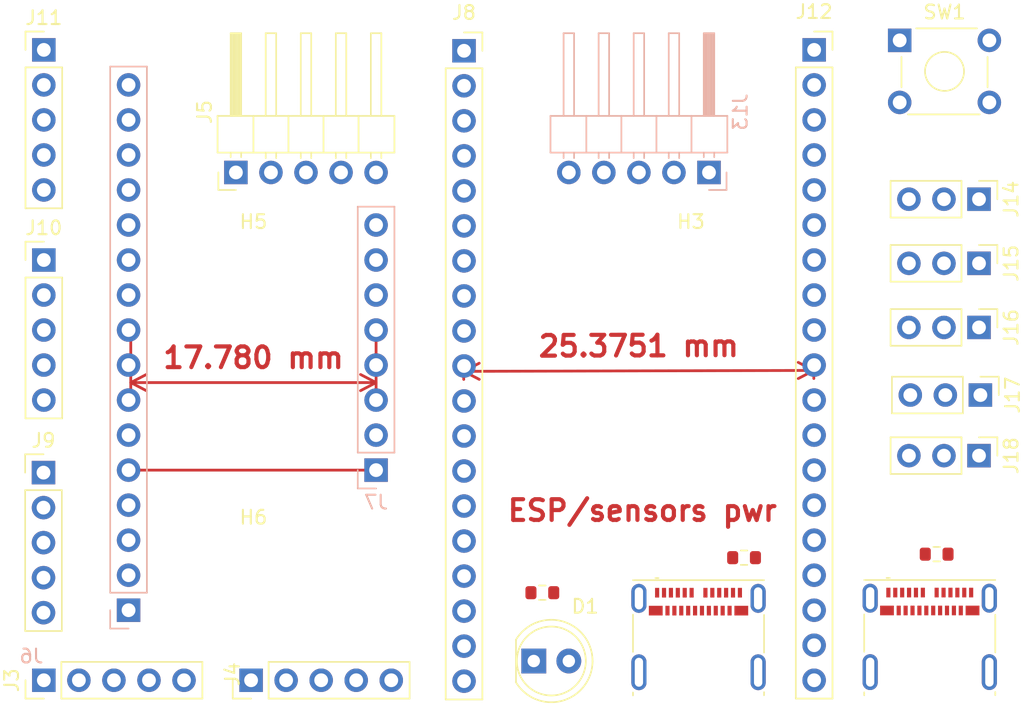
<source format=kicad_pcb>
(kicad_pcb (version 20240108) (generator "pcbnew") (generator_version "8.0")
  (layers (0 "F.Cu" signal) (31 "B.Cu" signal) (34 "B.Paste" user) (35 "F.Paste" user) (36 "B.SilkS" user "B.Silkscreen") (37 "F.SilkS" user "F.Silkscreen") (38 "B.Mask" user) (39 "F.Mask" user) (44 "Edge.Cuts" user))
  (net 0 "")
  (net 1 "Net-(D1-K)")
  (net 2 "Net-(D1-A)")
  (net 5 "Net-(J10-Pin_5)")
  (net 6 "Net-(J1-CC1)")
  (net 7 "Net-(J8-Pin_19)")
  (net 10 "Net-(J14-Pin_2)")
  (net 11 "Net-(J2-CC1)")
  (net 15 "Net-(J14-Pin_1)")
  (net 17 "Net-(J3-Pin_3)")
  (net 18 "Net-(J3-Pin_2)")
  (net 19 "Net-(J10-Pin_1)")
  (net 20 "Net-(J3-Pin_4)")
  (net 21 "Net-(J4-Pin_3)")
  (net 22 "Net-(J4-Pin_2)")
  (net 23 "Net-(J4-Pin_4)")
  (net 24 "Net-(J5-Pin_4)")
  (net 25 "Net-(J5-Pin_3)")
  (net 26 "Net-(J5-Pin_5)")
  (net 27 "Net-(J10-Pin_2)")
  (net 28 "Net-(J11-Pin_4)")
  (net 29 "Net-(J11-Pin_3)")
  (net 30 "Net-(J11-Pin_2)")
  (net 31 "Net-(J10-Pin_3)")
  (net 32 "Net-(J6-Pin_7)")
  (net 33 "Net-(J6-Pin_8)")
  (net 34 "Net-(J6-Pin_9)")
  (net 36 "Net-(J10-Pin_4)")
  (net 37 "Net-(J7-Pin_1)")
  (net 38 "Net-(J7-Pin_3)")
  (net 40 "Net-(J7-Pin_5)")
  (net 41 "Net-(J7-Pin_4)")
  (net 42 "Net-(J7-Pin_2)")
  (net 50 "Net-(J12-Pin_1)")
  (net 52 "Net-(J12-Pin_10)")
  (net 53 "Net-(J12-Pin_6)")
  (net 54 "Net-(J12-Pin_8)")
  (net 55 "Net-(J12-Pin_12)")
  (net 56 "Net-(J12-Pin_3)")
  (net 58 "Net-(J12-Pin_5)")
  (net 59 "Net-(J12-Pin_11)")
  (net 61 "Net-(J12-Pin_9)")
  (net 63 "Net-(J12-Pin_2)")
  (net 67 "Net-(J12-Pin_4)")
  (net 73 "Net-(J1-D+-PadA6)")
  (net 74 "Net-(J1-D--PadA7)")
  (net 75 "Net-(J2-D--PadA7)")
  (net 76 "Net-(J2-D+-PadA6)")
  (footprint "MountingHole:MountingHole_3.2mm_M3" (layer "F.Cu") (at 161.29 70.005)
    (property "Reference" "H5" (at 0 -4.2 0) (layer "F.SilkS"))
    (property "Value" "MountingHole" (hide yes))
    (pad "" np_thru_hole circle (at 0 0) (size 3.2 3.2) (drill 3.2) (layers "*.Cu" "*.Mask"))
  )
  (footprint "Resistor_SMD:R_0603_1608Metric" (layer "F.Cu") (at 196.85 90.17)
    (property "Reference" "R2" (hide yes))
    (property "Value" "5100Ω")
    (fp_line (start -0.237258 -0.5225) (end 0.237258 -0.5225) (stroke (width 0.12)) (layer "F.SilkS"))
    (fp_line (start -0.237258 0.5225) (end 0.237258 0.5225) (stroke (width 0.12)) (layer "F.SilkS"))
    (pad "1" smd roundrect (at -0.825 0) (size 0.8 0.95) (layers "F.Cu" "F.Paste" "F.Mask") (net 11 "Net-(J2-CC1)"))
    (pad "2" smd roundrect (at 0.825 0) (size 0.8 0.95) (layers "F.Cu" "F.Paste" "F.Mask") (net 5 "Net-(J10-Pin_5)"))
  )
  (footprint "LED_THT:LED_D5.0mm" (layer "F.Cu") (at 181.61 97.664526)
    (property "Reference" "D1" (at 3.72125 -3.96 360) (layer "F.SilkS"))
    (property "Value" "LED")
    (fp_line (start -1.29 -1.545) (end -1.29 1.545) (stroke (width 0.12)) (layer "F.SilkS"))
    (fp_arc (start -1.29 -1.54483) (mid 2.072002 -2.880433) (end 4.26 0.000462) (stroke (width 0.12)) (layer "F.SilkS"))
    (fp_arc (start 4.26 -0.000462) (mid 2.072002 2.880433) (end -1.29 1.54483) (stroke (width 0.12)) (layer "F.SilkS"))
    (fp_circle (center 1.27 0) (end 3.77 0) (stroke (width 0.12)) (fill none) (layer "F.SilkS"))
    (pad "1" thru_hole rect (at 0 0) (size 1.8 1.8) (drill 0.9) (layers "*.Cu" "*.Mask") (net 1 "Net-(D1-K)"))
    (pad "2" thru_hole circle (at 2.54 0) (size 1.8 1.8) (drill 0.9) (layers "*.Cu" "*.Mask") (net 2 "Net-(D1-A)"))
  )
  (footprint "Connector_PinHeader_2.54mm:PinHeader_1x05_P2.54mm_Vertical" (layer "F.Cu") (at 146.1 53.34)
    (property "Reference" "J11" (at 0 -2.33 0) (layer "F.SilkS"))
    (property "Value" "Conn_01x05_Pin" (hide yes))
    (fp_line (start -1.33 -1.33) (end 0 -1.33) (stroke (width 0.12)) (layer "F.SilkS"))
    (fp_line (start -1.33 0) (end -1.33 -1.33) (stroke (width 0.12)) (layer "F.SilkS"))
    (fp_line (start -1.33 1.27) (end -1.33 11.49) (stroke (width 0.12)) (layer "F.SilkS"))
    (fp_line (start -1.33 1.27) (end 1.33 1.27) (stroke (width 0.12)) (layer "F.SilkS"))
    (fp_line (start -1.33 11.49) (end 1.33 11.49) (stroke (width 0.12)) (layer "F.SilkS"))
    (fp_line (start 1.33 1.27) (end 1.33 11.49) (stroke (width 0.12)) (layer "F.SilkS"))
    (pad "1" thru_hole rect (at 0 0) (size 1.7 1.7) (drill 1) (layers "*.Cu" "*.Mask") (net 19 "Net-(J10-Pin_1)"))
    (pad "2" thru_hole oval (at 0 2.54) (size 1.7 1.7) (drill 1) (layers "*.Cu" "*.Mask") (net 30 "Net-(J11-Pin_2)"))
    (pad "3" thru_hole oval (at 0 5.08) (size 1.7 1.7) (drill 1) (layers "*.Cu" "*.Mask") (net 29 "Net-(J11-Pin_3)"))
    (pad "4" thru_hole oval (at 0 7.62) (size 1.7 1.7) (drill 1) (layers "*.Cu" "*.Mask") (net 28 "Net-(J11-Pin_4)"))
    (pad "5" thru_hole oval (at 0 10.16) (size 1.7 1.7) (drill 1) (layers "*.Cu" "*.Mask") (net 5 "Net-(J10-Pin_5)"))
  )
  (footprint "Connector_PinSocket_2.54mm:PinSocket_1x19_P2.54mm_Vertical" (layer "F.Cu") (at 176.555 53.405)
    (property "Reference" "J8" (at 0 -2.77 0) (layer "F.SilkS"))
    (property "Value" "Conn_01x19_Socket" (hide yes))
    (fp_line (start -1.33 1.27) (end -1.33 47.05) (stroke (width 0.12)) (layer "F.SilkS"))
    (fp_line (start -1.33 1.27) (end 1.33 1.27) (stroke (width 0.12)) (layer "F.SilkS"))
    (fp_line (start -1.33 47.05) (end 1.33 47.05) (stroke (width 0.12)) (layer "F.SilkS"))
    (fp_line (start 0 -1.33) (end 1.33 -1.33) (stroke (width 0.12)) (layer "F.SilkS"))
    (fp_line (start 1.33 -1.33) (end 1.33 0) (stroke (width 0.12)) (layer "F.SilkS"))
    (fp_line (start 1.33 1.27) (end 1.33 47.05) (stroke (width 0.12)) (layer "F.SilkS"))
    (pad "1" thru_hole rect (at 0 0) (size 1.7 1.7) (drill 1) (layers "*.Cu" "*.Mask") (net 19 "Net-(J10-Pin_1)"))
    (pad "2" thru_hole oval (at 0 2.54) (size 1.7 1.7) (drill 1) (layers "*.Cu" "*.Mask"))
    (pad "3" thru_hole oval (at 0 5.08) (size 1.7 1.7) (drill 1) (layers "*.Cu" "*.Mask") (net 37 "Net-(J7-Pin_1)"))
    (pad "4" thru_hole oval (at 0 7.62) (size 1.7 1.7) (drill 1) (layers "*.Cu" "*.Mask"))
    (pad "5" thru_hole oval (at 0 10.16) (size 1.7 1.7) (drill 1) (layers "*.Cu" "*.Mask") (net 25 "Net-(J5-Pin_3)"))
    (pad "6" thru_hole oval (at 0 12.7) (size 1.7 1.7) (drill 1) (layers "*.Cu" "*.Mask") (net 24 "Net-(J5-Pin_4)"))
    (pad "7" thru_hole oval (at 0 15.24) (size 1.7 1.7) (drill 1) (layers "*.Cu" "*.Mask") (net 26 "Net-(J5-Pin_5)"))
    (pad "8" thru_hole oval (at 0 17.78) (size 1.7 1.7) (drill 1) (layers "*.Cu" "*.Mask") (net 40 "Net-(J7-Pin_5)"))
    (pad "9" thru_hole oval (at 0 20.32) (size 1.7 1.7) (drill 1) (layers "*.Cu" "*.Mask") (net 41 "Net-(J7-Pin_4)"))
    (pad "10" thru_hole oval (at 0 22.86) (size 1.7 1.7) (drill 1) (layers "*.Cu" "*.Mask") (net 38 "Net-(J7-Pin_3)"))
    (pad "11" thru_hole oval (at 0 25.4) (size 1.7 1.7) (drill 1) (layers "*.Cu" "*.Mask") (net 42 "Net-(J7-Pin_2)"))
    (pad "12" thru_hole oval (at 0 27.94) (size 1.7 1.7) (drill 1) (layers "*.Cu" "*.Mask"))
    (pad "13" thru_hole oval (at 0 30.48) (size 1.7 1.7) (drill 1) (layers "*.Cu" "*.Mask"))
    (pad "14" thru_hole oval (at 0 33.02) (size 1.7 1.7) (drill 1) (layers "*.Cu" "*.Mask") (net 5 "Net-(J10-Pin_5)"))
    (pad "15" thru_hole oval (at 0 35.56) (size 1.7 1.7) (drill 1) (layers "*.Cu" "*.Mask") (net 1 "Net-(D1-K)"))
    (pad "16" thru_hole oval (at 0 38.1) (size 1.7 1.7) (drill 1) (layers "*.Cu" "*.Mask"))
    (pad "17" thru_hole oval (at 0 40.64) (size 1.7 1.7) (drill 1) (layers "*.Cu" "*.Mask"))
    (pad "18" thru_hole oval (at 0 43.18) (size 1.7 1.7) (drill 1) (layers "*.Cu" "*.Mask"))
    (pad "19" thru_hole oval (at 0 45.72) (size 1.7 1.7) (drill 1) (layers "*.Cu" "*.Mask") (net 7 "Net-(J8-Pin_19)"))
  )
  (footprint "Connector_PinHeader_2.54mm:PinHeader_1x03_P2.54mm_Vertical" (layer "F.Cu") (at 213.88 64.17 -90)
    (property "Reference" "J14" (at 0 -2.33 90) (layer "F.SilkS"))
    (property "Value" "Conn_01x03_Pin" (hide yes))
    (fp_line (start -1.33 6.41) (end 1.33 6.41) (stroke (width 0.12)) (layer "F.SilkS"))
    (fp_line (start -1.33 1.27) (end -1.33 6.41) (stroke (width 0.12)) (layer "F.SilkS"))
    (fp_line (start -1.33 1.27) (end 1.33 1.27) (stroke (width 0.12)) (layer "F.SilkS"))
    (fp_line (start 1.33 1.27) (end 1.33 6.41) (stroke (width 0.12)) (layer "F.SilkS"))
    (fp_line (start -1.33 0) (end -1.33 -1.33) (stroke (width 0.12)) (layer "F.SilkS"))
    (fp_line (start -1.33 -1.33) (end 0 -1.33) (stroke (width 0.12)) (layer "F.SilkS"))
    (pad "1" thru_hole rect (at 0 0 270) (size 1.7 1.7) (drill 1) (layers "*.Cu" "*.Mask") (net 15 "Net-(J14-Pin_1)"))
    (pad "2" thru_hole oval (at 0 2.54 270) (size 1.7 1.7) (drill 1) (layers "*.Cu" "*.Mask") (net 10 "Net-(J14-Pin_2)"))
    (pad "3" thru_hole oval (at 0 5.08 270) (size 1.7 1.7) (drill 1) (layers "*.Cu" "*.Mask") (net 54 "Net-(J12-Pin_8)"))
  )
  (footprint "Connector_PinHeader_2.54mm:PinHeader_1x05_P2.54mm_Vertical" (layer "F.Cu") (at 146.1 68.58)
    (property "Reference" "J10" (at 0 -2.33 0) (layer "F.SilkS"))
    (property "Value" "Conn_01x05_Pin" (hide yes))
    (fp_line (start -1.33 -1.33) (end 0 -1.33) (stroke (width 0.12)) (layer "F.SilkS"))
    (fp_line (start -1.33 0) (end -1.33 -1.33) (stroke (width 0.12)) (layer "F.SilkS"))
    (fp_line (start -1.33 1.27) (end -1.33 11.49) (stroke (width 0.12)) (layer "F.SilkS"))
    (fp_line (start -1.33 1.27) (end 1.33 1.27) (stroke (width 0.12)) (layer "F.SilkS"))
    (fp_line (start -1.33 11.49) (end 1.33 11.49) (stroke (width 0.12)) (layer "F.SilkS"))
    (fp_line (start 1.33 1.27) (end 1.33 11.49) (stroke (width 0.12)) (layer "F.SilkS"))
    (pad "1" thru_hole rect (at 0 0) (size 1.7 1.7) (drill 1) (layers "*.Cu" "*.Mask") (net 19 "Net-(J10-Pin_1)"))
    (pad "2" thru_hole oval (at 0 2.54) (size 1.7 1.7) (drill 1) (layers "*.Cu" "*.Mask") (net 27 "Net-(J10-Pin_2)"))
    (pad "3" thru_hole oval (at 0 5.08) (size 1.7 1.7) (drill 1) (layers "*.Cu" "*.Mask") (net 31 "Net-(J10-Pin_3)"))
    (pad "4" thru_hole oval (at 0 7.62) (size 1.7 1.7) (drill 1) (layers "*.Cu" "*.Mask") (net 36 "Net-(J10-Pin_4)"))
    (pad "5" thru_hole oval (at 0 10.16) (size 1.7 1.7) (drill 1) (layers "*.Cu" "*.Mask") (net 5 "Net-(J10-Pin_5)"))
  )
  (footprint "Resistor_SMD:R_0603_1608Metric" (layer "F.Cu") (at 210.81 89.915)
    (property "Reference" "R1" (hide yes))
    (property "Value" "5100Ω")
    (fp_line (start -0.237258 -0.5225) (end 0.237258 -0.5225) (stroke (width 0.12)) (layer "F.SilkS"))
    (fp_line (start -0.237258 0.5225) (end 0.237258 0.5225) (stroke (width 0.12)) (layer "F.SilkS"))
    (pad "1" smd roundrect (at -0.825 0) (size 0.8 0.95) (layers "F.Cu" "F.Paste" "F.Mask") (net 6 "Net-(J1-CC1)"))
    (pad "2" smd roundrect (at 0.825 0) (size 0.8 0.95) (layers "F.Cu" "F.Paste" "F.Mask") (net 15 "Net-(J14-Pin_1)"))
  )
  (footprint "Connector_USB:USB_C_Receptacle_Molex_105450-0101" (layer "F.Cu") (at 193.55 95.925)
    (property "Reference" "J2" (hide yes))
    (property "Value" "USB_C_Receptacle" (hide yes))
    (fp_line (start -4.75 -4.125) (end 4.75 -4.125) (stroke (width 0.12)) (layer "F.SilkS"))
    (fp_line (start -4.75 -1.625) (end -4.75 1.075) (stroke (width 0.12)) (layer "F.SilkS"))
    (fp_line (start -4.75 4.235) (end -4.75 4.025) (stroke (width 0.12)) (layer "F.SilkS"))
    (fp_line (start -3.125 -4.275) (end -2.9 -4.275) (stroke (width 0.12)) (layer "F.SilkS"))
    (fp_line (start 4.75 1.125) (end 4.75 -1.6) (stroke (width 0.12)) (layer "F.SilkS"))
    (fp_line (start 4.75 4.225) (end 4.75 4) (stroke (width 0.12)) (layer "F.SilkS"))
    (pad "A1" smd rect (at -3 -3.215) (size 0.3 0.7) (layers "F.Cu" "F.Paste" "F.Mask") (net 5 "Net-(J10-Pin_5)"))
    (pad "A2" smd rect (at -2.5 -3.215) (size 0.3 0.7) (layers "F.Cu" "F.Paste" "F.Mask"))
    (pad "A3" smd rect (at -2 -3.215) (size 0.3 0.7) (layers "F.Cu" "F.Paste" "F.Mask"))
    (pad "A4" smd rect (at -1.5 -3.215) (size 0.3 0.7) (layers "F.Cu" "F.Paste" "F.Mask") (net 7 "Net-(J8-Pin_19)"))
    (pad "A5" smd rect (at -1 -3.215) (size 0.3 0.7) (layers "F.Cu" "F.Paste" "F.Mask") (net 11 "Net-(J2-CC1)"))
    (pad "A6" smd rect (at -0.5 -3.215) (size 0.3 0.7) (layers "F.Cu" "F.Paste" "F.Mask") (net 76 "Net-(J2-D+-PadA6)"))
    (pad "A7" smd rect (at 0.5 -3.215) (size 0.3 0.7) (layers "F.Cu" "F.Paste" "F.Mask") (net 75 "Net-(J2-D--PadA7)"))
    (pad "A8" smd rect (at 1 -3.215) (size 0.3 0.7) (layers "F.Cu" "F.Paste" "F.Mask"))
    (pad "A9" smd rect (at 1.5 -3.215) (size 0.3 0.7) (layers "F.Cu" "F.Paste" "F.Mask") (net 7 "Net-(J8-Pin_19)"))
    (pad "A10" smd rect (at 2 -3.215) (size 0.3 0.7) (layers "F.Cu" "F.Paste" "F.Mask"))
    (pad "A11" smd rect (at 2.5 -3.215) (size 0.3 0.7) (layers "F.Cu" "F.Paste" "F.Mask"))
    (pad "A12" smd rect (at 3 -3.215) (size 0.3 0.7) (layers "F.Cu" "F.Paste" "F.Mask") (net 5 "Net-(J10-Pin_5)"))
    (pad "B1" smd rect (at 3.1 -1.915) (size 1 0.7) (layers "F.Cu" "F.Paste" "F.Mask") (net 5 "Net-(J10-Pin_5)"))
    (pad "B2" smd rect (at 2.25 -1.915) (size 0.3 0.7) (layers "F.Cu" "F.Paste" "F.Mask"))
    (pad "B3" smd rect (at 1.75 -1.915) (size 0.3 0.7) (layers "F.Cu" "F.Paste" "F.Mask"))
    (pad "B4" smd rect (at 1.25 -1.915) (size 0.3 0.7) (layers "F.Cu" "F.Paste" "F.Mask") (net 7 "Net-(J8-Pin_19)"))
    (pad "B5" smd rect (at 0.75 -1.915) (size 0.3 0.7) (layers "F.Cu" "F.Paste" "F.Mask") (net 11 "Net-(J2-CC1)"))
    (pad "B6" smd rect (at 0.25 -1.915) (size 0.3 0.7) (layers "F.Cu" "F.Paste" "F.Mask") (net 76 "Net-(J2-D+-PadA6)"))
    (pad "B7" smd rect (at -0.25 -1.915) (size 0.3 0.7) (layers "F.Cu" "F.Paste" "F.Mask") (net 75 "Net-(J2-D--PadA7)"))
    (pad "B8" smd rect (at -0.75 -1.915) (size 0.3 0.7) (layers "F.Cu" "F.Paste" "F.Mask"))
    (pad "B9" smd rect (at -1.25 -1.915) (size 0.3 0.7) (layers "F.Cu" "F.Paste" "F.Mask") (net 7 "Net-(J8-Pin_19)"))
    (pad "B10" smd rect (at -1.75 -1.915) (size 0.3 0.7) (layers "F.Cu" "F.Paste" "F.Mask"))
    (pad "B11" smd rect (at -2.25 -1.915) (size 0.3 0.7) (layers "F.Cu" "F.Paste" "F.Mask"))
    (pad "B12" smd rect (at -3.1 -1.915) (size 1 0.7) (layers "F.Cu" "F.Paste" "F.Mask") (net 5 "Net-(J10-Pin_5)"))
    (pad "S1" thru_hole oval (at -4.32 -2.805) (size 1.1 2.1) (drill oval 0.6 1.6) (layers "*.Cu" "*.Mask"))
    (pad "S1" thru_hole oval (at -4.32 2.555) (size 1.1 2.6) (drill oval 0.6 2.1) (layers "*.Cu" "*.Mask"))
    (pad "S1" thru_hole oval (at 4.32 -2.805) (size 1.1 2.1) (drill oval 0.6 1.6) (layers "*.Cu" "*.Mask"))
    (pad "S1" thru_hole oval (at 4.32 2.555) (size 1.1 2.6) (drill oval 0.6 2.1) (layers "*.Cu" "*.Mask"))
  )
  (footprint "Connector_PinHeader_2.54mm:PinHeader_1x05_P2.54mm_Vertical" (layer "F.Cu") (at 161.12 99.06 90)
    (property "Reference" "J4" (at 0.44 -1.35 90) (layer "F.SilkS"))
    (property "Value" "Conn_01x05_Pin" (hide yes))
    (fp_line (start -1.33 -1.33) (end 0 -1.33) (stroke (width 0.12)) (layer "F.SilkS"))
    (fp_line (start -1.33 0) (end -1.33 -1.33) (stroke (width 0.12)) (layer "F.SilkS"))
    (fp_line (start 1.33 1.27) (end 1.33 11.49) (stroke (width 0.12)) (layer "F.SilkS"))
    (fp_line (start -1.33 1.27) (end 1.33 1.27) (stroke (width 0.12)) (layer "F.SilkS"))
    (fp_line (start -1.33 1.27) (end -1.33 11.49) (stroke (width 0.12)) (layer "F.SilkS"))
    (fp_line (start -1.33 11.49) (end 1.33 11.49) (stroke (width 0.12)) (layer "F.SilkS"))
    (pad "1" thru_hole rect (at 0 0 90) (size 1.7 1.7) (drill 1) (layers "*.Cu" "*.Mask") (net 5 "Net-(J10-Pin_5)"))
    (pad "2" thru_hole oval (at 0 2.54 90) (size 1.7 1.7) (drill 1) (layers "*.Cu" "*.Mask") (net 22 "Net-(J4-Pin_2)"))
    (pad "3" thru_hole oval (at 0 5.08 90) (size 1.7 1.7) (drill 1) (layers "*.Cu" "*.Mask") (net 21 "Net-(J4-Pin_3)"))
    (pad "4" thru_hole oval (at 0 7.62 90) (size 1.7 1.7) (drill 1) (layers "*.Cu" "*.Mask") (net 23 "Net-(J4-Pin_4)"))
    (pad "5" thru_hole oval (at 0 10.16 90) (size 1.7 1.7) (drill 1) (layers "*.Cu" "*.Mask") (net 19 "Net-(J10-Pin_1)"))
  )
  (footprint "Connector_PinHeader_2.54mm:PinHeader_1x05_P2.54mm_Vertical" (layer "F.Cu") (at 146.075 84)
    (property "Reference" "J9" (at 0 -2.33 0) (layer "F.SilkS"))
    (property "Value" "Conn_01x05_Pin" (hide yes))
    (fp_line (start -1.33 -1.33) (end 0 -1.33) (stroke (width 0.12)) (layer "F.SilkS"))
    (fp_line (start -1.33 0) (end -1.33 -1.33) (stroke (width 0.12)) (layer "F.SilkS"))
    (fp_line (start -1.33 1.27) (end -1.33 11.49) (stroke (width 0.12)) (layer "F.SilkS"))
    (fp_line (start -1.33 1.27) (end 1.33 1.27) (stroke (width 0.12)) (layer "F.SilkS"))
    (fp_line (start -1.33 11.49) (end 1.33 11.49) (stroke (width 0.12)) (layer "F.SilkS"))
    (fp_line (start 1.33 1.27) (end 1.33 11.49) (stroke (width 0.12)) (layer "F.SilkS"))
    (pad "1" thru_hole rect (at 0 0) (size 1.7 1.7) (drill 1) (layers "*.Cu" "*.Mask") (net 19 "Net-(J10-Pin_1)"))
    (pad "2" thru_hole oval (at 0 2.54) (size 1.7 1.7) (drill 1) (layers "*.Cu" "*.Mask") (net 32 "Net-(J6-Pin_7)"))
    (pad "3" thru_hole oval (at 0 5.08) (size 1.7 1.7) (drill 1) (layers "*.Cu" "*.Mask") (net 34 "Net-(J6-Pin_9)"))
    (pad "4" thru_hole oval (at 0 7.62) (size 1.7 1.7) (drill 1) (layers "*.Cu" "*.Mask") (net 33 "Net-(J6-Pin_8)"))
    (pad "5" thru_hole oval (at 0 10.16) (size 1.7 1.7) (drill 1) (layers "*.Cu" "*.Mask") (net 5 "Net-(J10-Pin_5)"))
  )
  (footprint "Connector_PinHeader_2.54mm:PinHeader_1x05_P2.54mm_Vertical" (layer "F.Cu") (at 146.1 99.06 90)
    (property "Reference" "J3" (at 0 -2.33 90) (layer "F.SilkS"))
    (property "Value" "Conn_01x05_Pin" (hide yes))
    (fp_line (start -1.33 -1.33) (end 0 -1.33) (stroke (width 0.12)) (layer "F.SilkS"))
    (fp_line (start -1.33 0) (end -1.33 -1.33) (stroke (width 0.12)) (layer "F.SilkS"))
    (fp_line (start 1.33 1.27) (end 1.33 11.49) (stroke (width 0.12)) (layer "F.SilkS"))
    (fp_line (start -1.33 1.27) (end 1.33 1.27) (stroke (width 0.12)) (layer "F.SilkS"))
    (fp_line (start -1.33 1.27) (end -1.33 11.49) (stroke (width 0.12)) (layer "F.SilkS"))
    (fp_line (start -1.33 11.49) (end 1.33 11.49) (stroke (width 0.12)) (layer "F.SilkS"))
    (pad "1" thru_hole rect (at 0 0 90) (size 1.7 1.7) (drill 1) (layers "*.Cu" "*.Mask") (net 5 "Net-(J10-Pin_5)"))
    (pad "2" thru_hole oval (at 0 2.54 90) (size 1.7 1.7) (drill 1) (layers "*.Cu" "*.Mask") (net 18 "Net-(J3-Pin_2)"))
    (pad "3" thru_hole oval (at 0 5.08 90) (size 1.7 1.7) (drill 1) (layers "*.Cu" "*.Mask") (net 17 "Net-(J3-Pin_3)"))
    (pad "4" thru_hole oval (at 0 7.62 90) (size 1.7 1.7) (drill 1) (layers "*.Cu" "*.Mask") (net 20 "Net-(J3-Pin_4)"))
    (pad "5" thru_hole oval (at 0 10.16 90) (size 1.7 1.7) (drill 1) (layers "*.Cu" "*.Mask") (net 19 "Net-(J10-Pin_1)"))
  )
  (footprint "Connector_PinHeader_2.54mm:PinHeader_1x03_P2.54mm_Vertical" (layer "F.Cu") (at 213.88 73.47 -90)
    (property "Reference" "J16" (at 0 -2.33 90) (layer "F.SilkS"))
    (property "Value" "Conn_01x03_Pin" (hide yes))
    (fp_line (start -1.33 6.41) (end 1.33 6.41) (stroke (width 0.12)) (layer "F.SilkS"))
    (fp_line (start -1.33 1.27) (end -1.33 6.41) (stroke (width 0.12)) (layer "F.SilkS"))
    (fp_line (start -1.33 1.27) (end 1.33 1.27) (stroke (width 0.12)) (layer "F.SilkS"))
    (fp_line (start 1.33 1.27) (end 1.33 6.41) (stroke (width 0.12)) (layer "F.SilkS"))
    (fp_line (start -1.33 0) (end -1.33 -1.33) (stroke (width 0.12)) (layer "F.SilkS"))
    (fp_line (start -1.33 -1.33) (end 0 -1.33) (stroke (width 0.12)) (layer "F.SilkS"))
    (pad "1" thru_hole rect (at 0 0 270) (size 1.7 1.7) (drill 1) (layers "*.Cu" "*.Mask") (net 15 "Net-(J14-Pin_1)"))
    (pad "2" thru_hole oval (at 0 2.54 270) (size 1.7 1.7) (drill 1) (layers "*.Cu" "*.Mask") (net 10 "Net-(J14-Pin_2)"))
    (pad "3" thru_hole oval (at 0 5.08 270) (size 1.7 1.7) (drill 1) (layers "*.Cu" "*.Mask") (net 52 "Net-(J12-Pin_10)"))
  )
  (footprint "MountingHole:MountingHole_3.2mm_M3" (layer "F.Cu") (at 193 70)
    (property "Reference" "H3" (at 0 -4.2 0) (layer "F.SilkS"))
    (property "Value" "MountingHole" (hide yes))
    (pad "" np_thru_hole circle (at 0 0) (size 3.2 3.2) (drill 3.2) (layers "*.Cu" "*.Mask"))
  )
  (footprint "MountingHole:MountingHole_3.2mm_M3" (layer "F.Cu") (at 161.29 91.445)
    (property "Reference" "H6" (at 0 -4.2 0) (layer "F.SilkS"))
    (property "Value" "MountingHole" (hide yes))
    (pad "" np_thru_hole circle (at 0 0) (size 3.2 3.2) (drill 3.2) (layers "*.Cu" "*.Mask"))
  )
  (footprint "Connector_PinSocket_2.54mm:PinSocket_1x19_P2.54mm_Vertical" (layer "F.Cu") (at 201.93 53.34)
    (property "Reference" "J12" (at 0 -2.77 0) (layer "F.SilkS"))
    (property "Value" "Conn_01x19_Socket" (hide yes))
    (fp_line (start -1.33 1.27) (end -1.33 47.05) (stroke (width 0.12)) (layer "F.SilkS"))
    (fp_line (start -1.33 1.27) (end 1.33 1.27) (stroke (width 0.12)) (layer "F.SilkS"))
    (fp_line (start -1.33 47.05) (end 1.33 47.05) (stroke (width 0.12)) (layer "F.SilkS"))
    (fp_line (start 0 -1.33) (end 1.33 -1.33) (stroke (width 0.12)) (layer "F.SilkS"))
    (fp_line (start 1.33 -1.33) (end 1.33 0) (stroke (width 0.12)) (layer "F.SilkS"))
    (fp_line (start 1.33 1.27) (end 1.33 47.05) (stroke (width 0.12)) (layer "F.SilkS"))
    (pad "1" thru_hole rect (at 0 0) (size 1.7 1.7) (drill 1) (layers "*.Cu" "*.Mask") (net 50 "Net-(J12-Pin_1)"))
    (pad "2" thru_hole oval (at 0 2.54) (size 1.7 1.7) (drill 1) (layers "*.Cu" "*.Mask") (net 63 "Net-(J12-Pin_2)"))
    (pad "3" thru_hole oval (at 0 5.08) (size 1.7 1.7) (drill 1) (layers "*.Cu" "*.Mask") (net 56 "Net-(J12-Pin_3)"))
    (pad "4" thru_hole oval (at 0 7.62) (size 1.7 1.7) (drill 1) (layers "*.Cu" "*.Mask") (net 67 "Net-(J12-Pin_4)"))
    (pad "5" thru_hole oval (at 0 10.16) (size 1.7 1.7) (drill 1) (layers "*.Cu" "*.Mask") (net 58 "Net-(J12-Pin_5)"))
    (pad "6" thru_hole oval (at 0 12.7) (size 1.7 1.7) (drill 1) (layers "*.Cu" "*.Mask") (net 53 "Net-(J12-Pin_6)"))
    (pad "7" thru_hole oval (at 0 15.24) (size 1.7 1.7) (drill 1) (layers "*.Cu" "*.Mask"))
    (pad "8" thru_hole oval (at 0 17.78) (size 1.7 1.7) (drill 1) (layers "*.Cu" "*.Mask") (net 54 "Net-(J12-Pin_8)"))
    (pad "9" thru_hole oval (at 0 20.32) (size 1.7 1.7) (drill 1) (layers "*.Cu" "*.Mask") (net 61 "Net-(J12-Pin_9)"))
    (pad "10" thru_hole oval (at 0 22.86) (size 1.7 1.7) (drill 1) (layers "*.Cu" "*.Mask") (net 52 "Net-(J12-Pin_10)"))
    (pad "11" thru_hole oval (at 0 25.4) (size 1.7 1.7) (drill 1) (layers "*.Cu" "*.Mask") (net 59 "Net-(J12-Pin_11)"))
    (pad "12" thru_hole oval (at 0 27.94) (size 1.7 1.7) (drill 1) (layers "*.Cu" "*.Mask") (net 55 "Net-(J12-Pin_12)"))
    (pad "13" thru_hole oval (at 0 30.48) (size 1.7 1.7) (drill 1) (layers "*.Cu" "*.Mask"))
    (pad "14" thru_hole oval (at 0 33.02) (size 1.7 1.7) (drill 1) (layers "*.Cu" "*.Mask"))
    (pad "15" thru_hole oval (at 0 35.56) (size 1.7 1.7) (drill 1) (layers "*.Cu" "*.Mask"))
    (pad "16" thru_hole oval (at 0 38.1) (size 1.7 1.7) (drill 1) (layers "*.Cu" "*.Mask"))
    (pad "17" thru_hole oval (at 0 40.64) (size 1.7 1.7) (drill 1) (layers "*.Cu" "*.Mask"))
    (pad "18" thru_hole oval (at 0 43.18) (size 1.7 1.7) (drill 1) (layers "*.Cu" "*.Mask"))
    (pad "19" thru_hole oval (at 0 45.72) (size 1.7 1.7) (drill 1) (layers "*.Cu" "*.Mask"))
  )
  (footprint "Connector_USB:USB_C_Receptacle_Molex_105450-0101" (layer "F.Cu") (at 210.31 95.915)
    (property "Reference" "J1" (hide yes))
    (property "Value" "USB_C_Receptacle" (hide yes))
    (fp_line (start -4.75 -4.125) (end 4.75 -4.125) (stroke (width 0.12)) (layer "F.SilkS"))
    (fp_line (start -4.75 -1.625) (end -4.75 1.075) (stroke (width 0.12)) (layer "F.SilkS"))
    (fp_line (start -4.75 4.235) (end -4.75 4.025) (stroke (width 0.12)) (layer "F.SilkS"))
    (fp_line (start -3.125 -4.275) (end -2.9 -4.275) (stroke (width 0.12)) (layer "F.SilkS"))
    (fp_line (start 4.75 1.125) (end 4.75 -1.6) (stroke (width 0.12)) (layer "F.SilkS"))
    (fp_line (start 4.75 4.225) (end 4.75 4) (stroke (width 0.12)) (layer "F.SilkS"))
    (pad "A1" smd rect (at -3 -3.215) (size 0.3 0.7) (layers "F.Cu" "F.Paste" "F.Mask") (net 15 "Net-(J14-Pin_1)"))
    (pad "A2" smd rect (at -2.5 -3.215) (size 0.3 0.7) (layers "F.Cu" "F.Paste" "F.Mask"))
    (pad "A3" smd rect (at -2 -3.215) (size 0.3 0.7) (layers "F.Cu" "F.Paste" "F.Mask"))
    (pad "A4" smd rect (at -1.5 -3.215) (size 0.3 0.7) (layers "F.Cu" "F.Paste" "F.Mask") (net 10 "Net-(J14-Pin_2)"))
    (pad "A5" smd rect (at -1 -3.215) (size 0.3 0.7) (layers "F.Cu" "F.Paste" "F.Mask") (net 6 "Net-(J1-CC1)"))
    (pad "A6" smd rect (at -0.5 -3.215) (size 0.3 0.7) (layers "F.Cu" "F.Paste" "F.Mask") (net 73 "Net-(J1-D+-PadA6)"))
    (pad "A7" smd rect (at 0.5 -3.215) (size 0.3 0.7) (layers "F.Cu" "F.Paste" "F.Mask") (net 74 "Net-(J1-D--PadA7)"))
    (pad "A8" smd rect (at 1 -3.215) (size 0.3 0.7) (layers "F.Cu" "F.Paste" "F.Mask"))
    (pad "A9" smd rect (at 1.5 -3.215) (size 0.3 0.7) (layers "F.Cu" "F.Paste" "F.Mask") (net 10 "Net-(J14-Pin_2)"))
    (pad "A10" smd rect (at 2 -3.215) (size 0.3 0.7) (layers "F.Cu" "F.Paste" "F.Mask"))
    (pad "A11" smd rect (at 2.5 -3.215) (size 0.3 0.7) (layers "F.Cu" "F.Paste" "F.Mask"))
    (pad "A12" smd rect (at 3 -3.215) (size 0.3 0.7) (layers "F.Cu" "F.Paste" "F.Mask") (net 15 "Net-(J14-Pin_1)"))
    (pad "B1" smd rect (at 3.1 -1.915) (size 1 0.7) (layers "F.Cu" "F.Paste" "F.Mask") (net 15 "Net-(J14-Pin_1)"))
    (pad "B2" smd rect (at 2.25 -1.915) (size 0.3 0.7) (layers "F.Cu" "F.Paste" "F.Mask"))
    (pad "B3" smd rect (at 1.75 -1.915) (size 0.3 0.7) (layers "F.Cu" "F.Paste" "F.Mask"))
    (pad "B4" smd rect (at 1.25 -1.915) (size 0.3 0.7) (layers "F.Cu" "F.Paste" "F.Mask") (net 10 "Net-(J14-Pin_2)"))
    (pad "B5" smd rect (at 0.75 -1.915) (size 0.3 0.7) (layers "F.Cu" "F.Paste" "F.Mask") (net 6 "Net-(J1-CC1)"))
    (pad "B6" smd rect (at 0.25 -1.915) (size 0.3 0.7) (layers "F.Cu" "F.Paste" "F.Mask") (net 73 "Net-(J1-D+-PadA6)"))
    (pad "B7" smd rect (at -0.25 -1.915) (size 0.3 0.7) (layers "F.Cu" "F.Paste" "F.Mask") (net 74 "Net-(J1-D--PadA7)"))
    (pad "B8" smd rect (at -0.75 -1.915) (size 0.3 0.7) (layers "F.Cu" "F.Paste" "F.Mask"))
    (pad "B9" smd rect (at -1.25 -1.915) (size 0.3 0.7) (layers "F.Cu" "F.Paste" "F.Mask") (net 10 "Net-(J14-Pin_2)"))
    (pad "B10" smd rect (at -1.75 -1.915) (size 0.3 0.7) (layers "F.Cu" "F.Paste" "F.Mask"))
    (pad "B11" smd rect (at -2.25 -1.915) (size 0.3 0.7) (layers "F.Cu" "F.Paste" "F.Mask"))
    (pad "B12" smd rect (at -3.1 -1.915) (size 1 0.7) (layers "F.Cu" "F.Paste" "F.Mask") (net 15 "Net-(J14-Pin_1)"))
    (pad "S1" thru_hole oval (at -4.32 -2.805) (size 1.1 2.1) (drill oval 0.6 1.6) (layers "*.Cu" "*.Mask"))
    (pad "S1" thru_hole oval (at -4.32 2.555) (size 1.1 2.6) (drill oval 0.6 2.1) (layers "*.Cu" "*.Mask"))
    (pad "S1" thru_hole oval (at 4.32 -2.805) (size 1.1 2.1) (drill oval 0.6 1.6) (layers "*.Cu" "*.Mask"))
    (pad "S1" thru_hole oval (at 4.32 2.555) (size 1.1 2.6) (drill oval 0.6 2.1) (layers "*.Cu" "*.Mask"))
  )
  (footprint "Connector_PinHeader_2.54mm:PinHeader_1x03_P2.54mm_Vertical" (layer "F.Cu") (at 213.88 82.77 -90)
    (property "Reference" "J18" (at 0 -2.33 90) (layer "F.SilkS"))
    (property "Value" "Conn_01x03_Pin" (hide yes))
    (fp_line (start -1.33 6.41) (end 1.33 6.41) (stroke (width 0.12)) (layer "F.SilkS"))
    (fp_line (start -1.33 1.27) (end -1.33 6.41) (stroke (width 0.12)) (layer "F.SilkS"))
    (fp_line (start -1.33 1.27) (end 1.33 1.27) (stroke (width 0.12)) (layer "F.SilkS"))
    (fp_line (start 1.33 1.27) (end 1.33 6.41) (stroke (width 0.12)) (layer "F.SilkS"))
    (fp_line (start -1.33 0) (end -1.33 -1.33) (stroke (width 0.12)) (layer "F.SilkS"))
    (fp_line (start -1.33 -1.33) (end 0 -1.33) (stroke (width 0.12)) (layer "F.SilkS"))
    (pad "1" thru_hole rect (at 0 0 270) (size 1.7 1.7) (drill 1) (layers "*.Cu" "*.Mask") (net 15 "Net-(J14-Pin_1)"))
    (pad "2" thru_hole oval (at 0 2.54 270) (size 1.7 1.7) (drill 1) (layers "*.Cu" "*.Mask") (net 10 "Net-(J14-Pin_2)"))
    (pad "3" thru_hole oval (at 0 5.08 270) (size 1.7 1.7) (drill 1) (layers "*.Cu" "*.Mask") (net 55 "Net-(J12-Pin_12)"))
  )
  (footprint "Connector_PinHeader_2.54mm:PinHeader_1x05_P2.54mm_Horizontal" (layer "F.Cu") (at 160.02 62.23 90)
    (property "Reference" "J5" (at 4.385 -2.27 90) (layer "F.SilkS"))
    (property "Value" "Conn_01x05_Pin" (hide yes))
    (fp_line (start 4.1 -1.33) (end 1.44 -1.33) (stroke (width 0.12)) (layer "F.SilkS"))
    (fp_line (start 1.44 -1.33) (end 1.44 11.49) (stroke (width 0.12)) (layer "F.SilkS"))
    (fp_line (start -1.27 -1.27) (end 0 -1.27) (stroke (width 0.12)) (layer "F.SilkS"))
    (fp_line (start 10.1 -0.38) (end 10.1 0.38) (stroke (width 0.12)) (layer "F.SilkS"))
    (fp_line (start 4.1 -0.38) (end 10.1 -0.38) (stroke (width 0.12)) (layer "F.SilkS"))
    (fp_line (start 1.11 -0.38) (end 1.44 -0.38) (stroke (width 0.12)) (layer "F.SilkS"))
    (fp_line (start 4.1 -0.32) (end 10.1 -0.32) (stroke (width 0.12)) (layer "F.SilkS"))
    (fp_line (start 4.1 -0.2) (end 10.1 -0.2) (stroke (width 0.12)) (layer "F.SilkS"))
    (fp_line (start 4.1 -0.08) (end 10.1 -0.08) (stroke (width 0.12)) (layer "F.SilkS"))
    (fp_line (start -1.27 0) (end -1.27 -1.27) (stroke (width 0.12)) (layer "F.SilkS"))
    (fp_line (start 4.1 0.04) (end 10.1 0.04) (stroke (width 0.12)) (layer "F.SilkS"))
    (fp_line (start 4.1 0.16) (end 10.1 0.16) (stroke (width 0.12)) (layer "F.SilkS"))
    (fp_line (start 4.1 0.28) (end 10.1 0.28) (stroke (width 0.12)) (layer "F.SilkS"))
    (fp_line (start 10.1 0.38) (end 4.1 0.38) (stroke (width 0.12)) (layer "F.SilkS"))
    (fp_line (start 1.11 0.38) (end 1.44 0.38) (stroke (width 0.12)) (layer "F.SilkS"))
    (fp_line (start 1.44 1.27) (end 4.1 1.27) (stroke (width 0.12)) (layer "F.SilkS"))
    (fp_line (start 10.1 2.16) (end 10.1 2.92) (stroke (width 0.12)) (layer "F.SilkS"))
    (fp_line (start 4.1 2.16) (end 10.1 2.16) (stroke (width 0.12)) (layer "F.SilkS"))
    (fp_line (start 1.042929 2.16) (end 1.44 2.16) (stroke (width 0.12)) (layer "F.SilkS"))
    (fp_line (start 10.1 2.92) (end 4.1 2.92) (stroke (width 0.12)) (layer "F.SilkS"))
    (fp_line (start 1.042929 2.92) (end 1.44 2.92) (stroke (width 0.12)) (layer "F.SilkS"))
    (fp_line (start 1.44 3.81) (end 4.1 3.81) (stroke (width 0.12)) (layer "F.SilkS"))
    (fp_line (start 10.1 4.7) (end 10.1 5.46) (stroke (width 0.12)) (layer "F.SilkS"))
    (fp_line (start 4.1 4.7) (end 10.1 4.7) (stroke (width 0.12)) (layer "F.SilkS"))
    (fp_line (start 1.042929 4.7) (end 1.44 4.7) (stroke (width 0.12)) (layer "F.SilkS"))
    (fp_line (start 10.1 5.46) (end 4.1 5.46) (stroke (width 0.12)) (layer "F.SilkS"))
    (fp_line (start 1.042929 5.46) (end 1.44 5.46) (stroke (width 0.12)) (layer "F.SilkS"))
    (fp_line (start 1.44 6.35) (end 4.1 6.35) (stroke (width 0.12)) (layer "F.SilkS"))
    (fp_line (start 10.1 7.24) (end 10.1 8) (stroke (width 0.12)) (layer "F.SilkS"))
    (fp_line (start 4.1 7.24) (end 10.1 7.24) (stroke (width 0.12)) (layer "F.SilkS"))
    (fp_line (start 1.042929 7.24) (end 1.44 7.24) (stroke (width 0.12)) (layer "F.SilkS"))
    (fp_line (start 10.1 8) (end 4.1 8) (stroke (width 0.12)) (layer "F.SilkS"))
    (fp_line (start 1.042929 8) (end 1.44 8) (stroke (width 0.12)) (layer "F.SilkS"))
    (fp_line (start 1.44 8.89) (end 4.1 8.89) (stroke (width 0.12)) (layer "F.SilkS"))
    (fp_line (start 10.1 9.78) (end 10.1 10.54) (stroke (width 0.12)) (layer "F.SilkS"))
    (fp_line (start 4.1 9.78) (end 10.1 9.78) (stroke (width 0.12)) (layer "F.SilkS"))
    (fp_line (start 1.042929 9.78) (end 1.44 9.78) (stroke (width 0.12)) (layer "F.SilkS"))
    (fp_line (start 10.1 10.54) (end 4.1 10.54) (stroke (width 0.12)) (layer "F.SilkS"))
    (fp_line (start 1.042929 10.54) (end 1.44 10.54) (stroke (width 0.12)) (layer "F.SilkS"))
    (fp_line (start 4.1 11.49) (end 4.1 -1.33) (stroke (width 0.12)) (layer "F.SilkS"))
    (fp_line (start 1.44 11.49) (end 4.1 11.49) (stroke (width 0.12)) (layer "F.SilkS"))
    (pad "1" thru_hole rect (at 0 0 90) (size 1.7 1.7) (drill 1) (layers "*.Cu" "*.Mask") (net 5 "Net-(J10-Pin_5)"))
    (pad "2" thru_hole oval (at 0 2.54 90) (size 1.7 1.7) (drill 1) (layers "*.Cu" "*.Mask") (net 19 "Net-(J10-Pin_1)"))
    (pad "3" thru_hole oval (at 0 5.08 90) (size 1.7 1.7) (drill 1) (layers "*.Cu" "*.Mask") (net 25 "Net-(J5-Pin_3)"))
    (pad "4" thru_hole oval (at 0 7.62 90) (size 1.7 1.7) (drill 1) (layers "*.Cu" "*.Mask") (net 24 "Net-(J5-Pin_4)"))
    (pad "5" thru_hole oval (at 0 10.16 90) (size 1.7 1.7) (drill 1) (layers "*.Cu" "*.Mask") (net 26 "Net-(J5-Pin_5)"))
  )
  (footprint "Connector_PinHeader_2.54mm:PinHeader_1x03_P2.54mm_Vertical" (layer "F.Cu") (at 213.98 78.375 -90)
    (property "Reference" "J17" (at 0 -2.33 90) (layer "F.SilkS"))
    (property "Value" "Conn_01x03_Pin" (hide yes))
    (fp_line (start -1.33 6.41) (end 1.33 6.41) (stroke (width 0.12)) (layer "F.SilkS"))
    (fp_line (start -1.33 1.27) (end -1.33 6.41) (stroke (width 0.12)) (layer "F.SilkS"))
    (fp_line (start -1.33 1.27) (end 1.33 1.27) (stroke (width 0.12)) (layer "F.SilkS"))
    (fp_line (start 1.33 1.27) (end 1.33 6.41) (stroke (width 0.12)) (layer "F.SilkS"))
    (fp_line (start -1.33 0) (end -1.33 -1.33) (stroke (width 0.12)) (layer "F.SilkS"))
    (fp_line (start -1.33 -1.33) (end 0 -1.33) (stroke (width 0.12)) (layer "F.SilkS"))
    (pad "1" thru_hole rect (at 0 0 270) (size 1.7 1.7) (drill 1) (layers "*.Cu" "*.Mask") (net 15 "Net-(J14-Pin_1)"))
    (pad "2" thru_hole oval (at 0 2.54 270) (size 1.7 1.7) (drill 1) (layers "*.Cu" "*.Mask") (net 10 "Net-(J14-Pin_2)"))
    (pad "3" thru_hole oval (at 0 5.08 270) (size 1.7 1.7) (drill 1) (layers "*.Cu" "*.Mask") (net 59 "Net-(J12-Pin_11)"))
  )
  (footprint "Button_Switch_THT:SW_TH_Tactile_Omron_B3F-10xx" (layer "F.Cu") (at 208.13 52.65)
    (property "Reference" "SW1" (at 3.25 -2.05 0) (layer "F.SilkS"))
    (property "Value" "SW_Push")
    (fp_line (start 0.13 3.4) (end 0.13 1.2) (stroke (width 0.12)) (layer "F.SilkS"))
    (fp_line (start 0.6 5.37) (end 5.8 5.37) (stroke (width 0.12)) (layer "F.SilkS"))
    (fp_line (start 1.2 -0.87) (end 5.6 -0.87) (stroke (width 0.12)) (layer "F.SilkS"))
    (fp_line (start 6.37 1.2) (end 6.37 3.4) (stroke (width 0.12)) (layer "F.SilkS"))
    (fp_circle (center 3.25 2.25) (end 4.25 3.25) (stroke (width 0.12)) (fill none) (layer "F.SilkS"))
    (pad "1" thru_hole rect (at 0 0) (size 1.7 1.7) (drill 1) (layers "*.Cu" "*.Mask") (net 50 "Net-(J12-Pin_1)"))
    (pad "1" thru_hole circle (at 6.5 0) (size 1.7 1.7) (drill 1) (layers "*.Cu" "*.Mask") (net 50 "Net-(J12-Pin_1)"))
    (pad "2" thru_hole circle (at 0 4.5) (size 1.7 1.7) (drill 1) (layers "*.Cu" "*.Mask") (net 53 "Net-(J12-Pin_6)"))
    (pad "2" thru_hole circle (at 6.5 4.5) (size 1.7 1.7) (drill 1) (layers "*.Cu" "*.Mask") (net 53 "Net-(J12-Pin_6)"))
  )
  (footprint "Connector_PinHeader_2.54mm:PinHeader_1x03_P2.54mm_Vertical" (layer "F.Cu") (at 213.88 68.82 -90)
    (property "Reference" "J15" (at 0 -2.33 90) (layer "F.SilkS"))
    (property "Value" "Conn_01x03_Pin" (hide yes))
    (fp_line (start -1.33 6.41) (end 1.33 6.41) (stroke (width 0.12)) (layer "F.SilkS"))
    (fp_line (start -1.33 1.27) (end -1.33 6.41) (stroke (width 0.12)) (layer "F.SilkS"))
    (fp_line (start -1.33 1.27) (end 1.33 1.27) (stroke (width 0.12)) (layer "F.SilkS"))
    (fp_line (start 1.33 1.27) (end 1.33 6.41) (stroke (width 0.12)) (layer "F.SilkS"))
    (fp_line (start -1.33 0) (end -1.33 -1.33) (stroke (width 0.12)) (layer "F.SilkS"))
    (fp_line (start -1.33 -1.33) (end 0 -1.33) (stroke (width 0.12)) (layer "F.SilkS"))
    (pad "1" thru_hole rect (at 0 0 270) (size 1.7 1.7) (drill 1) (layers "*.Cu" "*.Mask") (net 15 "Net-(J14-Pin_1)"))
    (pad "2" thru_hole oval (at 0 2.54 270) (size 1.7 1.7) (drill 1) (layers "*.Cu" "*.Mask") (net 10 "Net-(J14-Pin_2)"))
    (pad "3" thru_hole oval (at 0 5.08 270) (size 1.7 1.7) (drill 1) (layers "*.Cu" "*.Mask") (net 61 "Net-(J12-Pin_9)"))
  )
  (footprint "Resistor_SMD:R_0603_1608Metric" (layer "F.Cu") (at 182.23 92.71)
    (property "Reference" "R3" (hide yes))
    (property "Value" "270Ω")
    (fp_line (start -0.237258 -0.5225) (end 0.237258 -0.5225) (stroke (width 0.12)) (layer "F.SilkS"))
    (fp_line (start -0.237258 0.5225) (end 0.237258 0.5225) (stroke (width 0.12)) (layer "F.SilkS"))
    (pad "1" smd roundrect (at -0.825 0) (size 0.8 0.95) (layers "F.Cu" "F.Paste" "F.Mask") (net 5 "Net-(J10-Pin_5)"))
    (pad "2" smd roundrect (at 0.825 0) (size 0.8 0.95) (layers "F.Cu" "F.Paste" "F.Mask") (net 2 "Net-(D1-A)"))
  )
  (footprint "Connector_PinHeader_2.54mm:PinHeader_1x05_P2.54mm_Horizontal" (layer "B.Cu") (at 194.31 62.23 90)
    (property "Reference" "J13" (at 4.385 2.27 -90) (layer "B.SilkS") (effects (justify mirror)))
    (property "Value" "Conn_01x05_Pin" (hide yes))
    (fp_line (start 4.1 -11.49) (end 1.44 -11.49) (stroke (width 0.12)) (layer "B.SilkS"))
    (fp_line (start 1.44 -11.49) (end 1.44 1.33) (stroke (width 0.12)) (layer "B.SilkS"))
    (fp_line (start 10.1 -10.54) (end 10.1 -9.78) (stroke (width 0.12)) (layer "B.SilkS"))
    (fp_line (start 4.1 -10.54) (end 10.1 -10.54) (stroke (width 0.12)) (layer "B.SilkS"))
    (fp_line (start 1.44 -10.54) (end 1.042929 -10.54) (stroke (width 0.12)) (layer "B.SilkS"))
    (fp_line (start 10.1 -9.78) (end 4.1 -9.78) (stroke (width 0.12)) (layer "B.SilkS"))
    (fp_line (start 1.44 -9.78) (end 1.042929 -9.78) (stroke (width 0.12)) (layer "B.SilkS"))
    (fp_line (start 4.1 -8.89) (end 1.44 -8.89) (stroke (width 0.12)) (layer "B.SilkS"))
    (fp_line (start 10.1 -8) (end 10.1 -7.24) (stroke (width 0.12)) (layer "B.SilkS"))
    (fp_line (start 4.1 -8) (end 10.1 -8) (stroke (width 0.12)) (layer "B.SilkS"))
    (fp_line (start 1.44 -8) (end 1.042929 -8) (stroke (width 0.12)) (layer "B.SilkS"))
    (fp_line (start 10.1 -7.24) (end 4.1 -7.24) (stroke (width 0.12)) (layer "B.SilkS"))
    (fp_line (start 1.44 -7.24) (end 1.042929 -7.24) (stroke (width 0.12)) (layer "B.SilkS"))
    (fp_line (start 4.1 -6.35) (end 1.44 -6.35) (stroke (width 0.12)) (layer "B.SilkS"))
    (fp_line (start 10.1 -5.46) (end 10.1 -4.7) (stroke (width 0.12)) (layer "B.SilkS"))
    (fp_line (start 4.1 -5.46) (end 10.1 -5.46) (stroke (width 0.12)) (layer "B.SilkS"))
    (fp_line (start 1.44 -5.46) (end 1.042929 -5.46) (stroke (width 0.12)) (layer "B.SilkS"))
    (fp_line (start 10.1 -4.7) (end 4.1 -4.7) (stroke (width 0.12)) (layer "B.SilkS"))
    (fp_line (start 1.44 -4.7) (end 1.042929 -4.7) (stroke (width 0.12)) (layer "B.SilkS"))
    (fp_line (start 4.1 -3.81) (end 1.44 -3.81) (stroke (width 0.12)) (layer "B.SilkS"))
    (fp_line (start 10.1 -2.92) (end 10.1 -2.16) (stroke (width 0.12)) (layer "B.SilkS"))
    (fp_line (start 4.1 -2.92) (end 10.1 -2.92) (stroke (width 0.12)) (layer "B.SilkS"))
    (fp_line (start 1.44 -2.92) (end 1.042929 -2.92) (stroke (width 0.12)) (layer "B.SilkS"))
    (fp_line (start 10.1 -2.16) (end 4.1 -2.16) (stroke (width 0.12)) (layer "B.SilkS"))
    (fp_line (start 1.44 -2.16) (end 1.042929 -2.16) (stroke (width 0.12)) (layer "B.SilkS"))
    (fp_line (start 4.1 -1.27) (end 1.44 -1.27) (stroke (width 0.12)) (layer "B.SilkS"))
    (fp_line (start 10.1 -0.38) (end 10.1 0.38) (stroke (width 0.12)) (layer "B.SilkS"))
    (fp_line (start 4.1 -0.38) (end 10.1 -0.38) (stroke (width 0.12)) (layer "B.SilkS"))
    (fp_line (start 1.44 -0.38) (end 1.11 -0.38) (stroke (width 0.12)) (layer "B.SilkS"))
    (fp_line (start 10.1 -0.28) (end 4.1 -0.28) (stroke (width 0.12)) (layer "B.SilkS"))
    (fp_line (start 10.1 -0.16) (end 4.1 -0.16) (stroke (width 0.12)) (layer "B.SilkS"))
    (fp_line (start 10.1 -0.04) (end 4.1 -0.04) (stroke (width 0.12)) (layer "B.SilkS"))
    (fp_line (start 10.1 0.08) (end 4.1 0.08) (stroke (width 0.12)) (layer "B.SilkS"))
    (fp_line (start 10.1 0.2) (end 4.1 0.2) (stroke (width 0.12)) (layer "B.SilkS"))
    (fp_line (start 10.1 0.32) (end 4.1 0.32) (stroke (width 0.12)) (layer "B.SilkS"))
    (fp_line (start 10.1 0.38) (end 4.1 0.38) (stroke (width 0.12)) (layer "B.SilkS"))
    (fp_line (start 1.44 0.38) (end 1.11 0.38) (stroke (width 0.12)) (layer "B.SilkS"))
    (fp_line (start 0 1.27) (end -1.27 1.27) (stroke (width 0.12)) (layer "B.SilkS"))
    (fp_line (start -1.27 1.27) (end -1.27 0) (stroke (width 0.12)) (layer "B.SilkS"))
    (fp_line (start 4.1 1.33) (end 4.1 -11.49) (stroke (width 0.12)) (layer "B.SilkS"))
    (fp_line (start 1.44 1.33) (end 4.1 1.33) (stroke (width 0.12)) (layer "B.SilkS"))
    (pad "1" thru_hole rect (at 0 0 90) (size 1.7 1.7) (drill 1) (layers "*.Cu" "*.Mask") (net 63 "Net-(J12-Pin_2)"))
    (pad "2" thru_hole oval (at 0 -2.54 90) (size 1.7 1.7) (drill 1) (layers "*.Cu" "*.Mask") (net 56 "Net-(J12-Pin_3)"))
    (pad "3" thru_hole oval (at 0 -5.08 90) (size 1.7 1.7) (drill 1) (layers "*.Cu" "*.Mask") (net 67 "Net-(J12-Pin_4)"))
    (pad "4" thru_hole oval (at 0 -7.62 90) (size 1.7 1.7) (drill 1) (layers "*.Cu" "*.Mask") (net 58 "Net-(J12-Pin_5)"))
    (pad "5" thru_hole oval (at 0 -10.16 90) (size 1.7 1.7) (drill 1) (layers "*.Cu" "*.Mask") (net 50 "Net-(J12-Pin_1)"))
  )
  (footprint "Connector_PinHeader_2.54mm:PinHeader_1x16_P2.54mm_Vertical" (layer "B.Cu") (at 152.24 93.98)
    (property "Reference" "J6" (at -7.04 3.33 360) (layer "B.SilkS") (effects (justify mirror)))
    (property "Value" "Conn_01x16_Pin" (hide yes))
    (fp_line (start -1.33 -39.43) (end -1.33 -1.27) (stroke (width 0.12)) (layer "B.SilkS"))
    (fp_line (start -1.33 1.33) (end -1.33 0) (stroke (width 0.12)) (layer "B.SilkS"))
    (fp_line (start 0 1.33) (end -1.33 1.33) (stroke (width 0.12)) (layer "B.SilkS"))
    (fp_line (start 1.33 -39.43) (end -1.33 -39.43) (stroke (width 0.12)) (layer "B.SilkS"))
    (fp_line (start 1.33 -39.43) (end 1.33 -1.27) (stroke (width 0.12)) (layer "B.SilkS"))
    (fp_line (start 1.33 -1.27) (end -1.33 -1.27) (stroke (width 0.12)) (layer "B.SilkS"))
    (pad "1" thru_hole rect (at 0 0) (size 1.7 1.7) (drill 1) (layers "*.Cu" "*.Mask") (net 23 "Net-(J4-Pin_4)"))
    (pad "2" thru_hole oval (at 0 -2.54) (size 1.7 1.7) (drill 1) (layers "*.Cu" "*.Mask") (net 22 "Net-(J4-Pin_2)"))
    (pad "3" thru_hole oval (at 0 -5.08) (size 1.7 1.7) (drill 1) (layers "*.Cu" "*.Mask") (net 21 "Net-(J4-Pin_3)"))
    (pad "4" thru_hole oval (at 0 -7.62) (size 1.7 1.7) (drill 1) (layers "*.Cu" "*.Mask") (net 20 "Net-(J3-Pin_4)"))
    (pad "5" thru_hole oval (at 0 -10.16) (size 1.7 1.7) (drill 1) (layers "*.Cu" "*.Mask") (net 18 "Net-(J3-Pin_2)"))
    (pad "6" thru_hole oval (at 0 -12.7) (size 1.7 1.7) (drill 1) (layers "*.Cu" "*.Mask") (net 17 "Net-(J3-Pin_3)"))
    (pad "7" thru_hole oval (at 0 -15.24) (size 1.7 1.7) (drill 1) (layers "*.Cu" "*.Mask") (net 32 "Net-(J6-Pin_7)"))
    (pad "8" thru_hole oval (at 0 -17.78) (size 1.7 1.7) (drill 1) (layers "*.Cu" "*.Mask") (net 33 "Net-(J6-Pin_8)"))
    (pad "9" thru_hole oval (at 0 -20.32) (size 1.7 1.7) (drill 1) (layers "*.Cu" "*.Mask") (net 34 "Net-(J6-Pin_9)"))
    (pad "10" thru_hole oval (at 0 -22.86) (size 1.7 1.7) (drill 1) (layers "*.Cu" "*.Mask") (net 27 "Net-(J10-Pin_2)"))
    (pad "11" thru_hole oval (at 0 -25.4) (size 1.7 1.7) (drill 1) (layers "*.Cu" "*.Mask") (net 36 "Net-(J10-Pin_4)"))
    (pad "12" thru_hole oval (at 0 -27.94) (size 1.7 1.7) (drill 1) (layers "*.Cu" "*.Mask") (net 31 "Net-(J10-Pin_3)"))
    (pad "13" thru_hole oval (at 0 -30.48) (size 1.7 1.7) (drill 1) (layers "*.Cu" "*.Mask") (net 29 "Net-(J11-Pin_3)"))
    (pad "14" thru_hole oval (at 0 -33.02) (size 1.7 1.7) (drill 1) (layers "*.Cu" "*.Mask") (net 28 "Net-(J11-Pin_4)"))
    (pad "15" thru_hole oval (at 0 -35.56) (size 1.7 1.7) (drill 1) (layers "*.Cu" "*.Mask") (net 30 "Net-(J11-Pin_2)"))
    (pad "16" thru_hole oval (at 0 -38.1) (size 1.7 1.7) (drill 1) (layers "*.Cu" "*.Mask"))
  )
  (footprint "Connector_PinHeader_2.54mm:PinHeader_1x08_P2.54mm_Vertical" (layer "B.Cu") (at 170.18 83.82)
    (property "Reference" "J7" (at 0 2.33 360) (layer "B.SilkS") (effects (justify mirror)))
    (property "Value" "Conn_01x08_Pin" (hide yes))
    (fp_line (start -1.33 -19.11) (end -1.33 -1.27) (stroke (width 0.12)) (layer "B.SilkS"))
    (fp_line (start -1.33 1.33) (end -1.33 0) (stroke (width 0.12)) (layer "B.SilkS"))
    (fp_line (start 0 1.33) (end -1.33 1.33) (stroke (width 0.12)) (layer "B.SilkS"))
    (fp_line (start 1.33 -19.11) (end -1.33 -19.11) (stroke (width 0.12)) (layer "B.SilkS"))
    (fp_line (start 1.33 -19.11) (end 1.33 -1.27) (stroke (width 0.12)) (layer "B.SilkS"))
    (fp_line (start 1.33 -1.27) (end -1.33 -1.27) (stroke (width 0.12)) (layer "B.SilkS"))
    (pad "1" thru_hole rect (at 0 0) (size 1.7 1.7) (drill 1) (layers "*.Cu" "*.Mask") (net 37 "Net-(J7-Pin_1)"))
    (pad "2" thru_hole oval (at 0 -2.54) (size 1.7 1.7) (drill 1) (layers "*.Cu" "*.Mask") (net 42 "Net-(J7-Pin_2)"))
    (pad "3" thru_hole oval (at 0 -5.08) (size 1.7 1.7) (drill 1) (layers "*.Cu" "*.Mask") (net 38 "Net-(J7-Pin_3)"))
    (pad "4" thru_hole oval (at 0 -7.62) (size 1.7 1.7) (drill 1) (layers "*.Cu" "*.Mask") (net 41 "Net-(J7-Pin_4)"))
    (pad "5" thru_hole oval (at 0 -10.16) (size 1.7 1.7) (drill 1) (layers "*.Cu" "*.Mask") (net 40 "Net-(J7-Pin_5)"))
    (pad "6" thru_hole oval (at 0 -12.7) (size 1.7 1.7) (drill 1) (layers "*.Cu" "*.Mask"))
    (pad "7" thru_hole oval (at 0 -15.24) (size 1.7 1.7) (drill 1) (layers "*.Cu" "*.Mask") (net 19 "Net-(J10-Pin_1)"))
    (pad "8" thru_hole oval (at 0 -17.78) (size 1.7 1.7) (drill 1) (layers "*.Cu" "*.Mask") (net 5 "Net-(J10-Pin_5)"))
  )
  (gr_line (start 152.4 83.82) (end 170.18 83.82) (stroke (width 0.2)) (layer "F.Cu"))
  (gr_text "ESP/sensors pwr" (at 199.39 87.63 0) (layer "F.Cu") (effects (font (size 1.5 1.5) (thickness 0.3) (bold yes)) (justify right bottom)))
  (dimension (type aligned) (layer "F.Cu") (pts (xy 176.53 76.255) (xy 201.905 76.19)) (height 0.398942) (gr_text "25.3751 mm" (at 189.213911 74.821447 0.146767193) (layer "F.Cu") (effects (font (size 1.5 1.5) (thickness 0.3)))) (format (prefix "") (suffix "") (units 3) (units_format 1) (precision 4)) (style (thickness 0.2) (arrow_length 1.27) (text_position_mode 0) (extension_height 0.58642) (extension_offset 0.5) keep_text_aligned))
  (dimension (type aligned) (layer "F.Cu") (pts (xy 170.18 73.66) (xy 152.4 73.66)) (height -3.81) (gr_text "17.780 mm" (at 161.29 75.67 0) (layer "F.Cu") (effects (font (size 1.5 1.5) (thickness 0.3)))) (format (prefix "") (suffix "") (units 3) (units_format 1) (precision 3)) (style (thickness 0.2) (arrow_length 1.27) (text_position_mode 0) (extension_height 0.58642) (extension_offset 0.5) keep_text_aligned))
)
</source>
